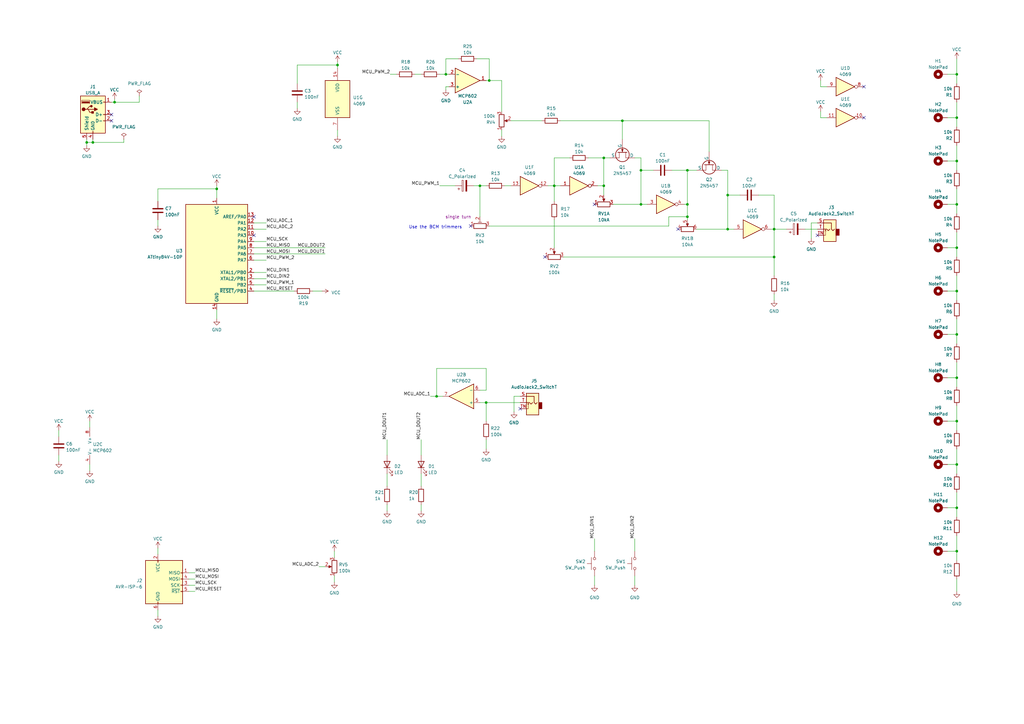
<source format=kicad_sch>
(kicad_sch (version 20230121) (generator eeschema)
  (paper "A3")
  (title_block (comment 2 "creativecommons.org/licenses/by/4.0/") (comment 3 "License: CC BY 4.0") (comment 4 "Author: Guy John"))
  (lib_symbols
    (symbol "4xxx:4069" (pin_names (offset 1.016))
      (property "Reference" "U" (at 0 1.27 0))
      (property "Value" "4069" (at 0 -1.27 0))
      (symbol "4069_1_0"
        (pin input line (at -7.62 0 0) (length 3.81) (name "~") (number "1"))
        (pin output inverted (at 7.62 0 180) (length 3.81) (name "~") (number "2"))
      )
      (symbol "4069_2_0"
        (pin input line (at -7.62 0 0) (length 3.81) (name "~") (number "3"))
        (pin output inverted (at 7.62 0 180) (length 3.81) (name "~") (number "4"))
      )
      (symbol "4069_3_0"
        (pin input line (at -7.62 0 0) (length 3.81) (name "~") (number "5"))
        (pin output inverted (at 7.62 0 180) (length 3.81) (name "~") (number "6"))
      )
      (symbol "4069_4_0"
        (pin output inverted (at 7.62 0 180) (length 3.81) (name "~") (number "8"))
        (pin input line (at -7.62 0 0) (length 3.81) (name "~") (number "9"))
      )
      (symbol "4069_5_0"
        (pin output inverted (at 7.62 0 180) (length 3.81) (name "~") (number "10"))
        (pin input line (at -7.62 0 0) (length 3.81) (name "~") (number "11"))
      )
      (symbol "4069_6_0"
        (pin output inverted (at 7.62 0 180) (length 3.81) (name "~") (number "12"))
        (pin input line (at -7.62 0 0) (length 3.81) (name "~") (number "13"))
      )
      (symbol "4069_7_0"
        (pin power_in line (at 0 12.7 270) (length 5.08) (name "VDD") (number "14"))
        (pin power_in line (at 0 -12.7 90) (length 5.08) (name "VSS") (number "7"))
      )
    )
    (symbol "Amplifier_Operational:MCP602" (pin_names (offset 0.127))
      (property "Reference" "U" (at 0 5.08 0))
      (property "Value" "MCP602" (at 0 -5.08 0))
      (symbol "MCP602_1_1"
        (pin output line (at 7.62 0 180) (length 2.54) (name "~") (number "1"))
        (pin input line (at -7.62 -2.54 0) (length 2.54) (name "-") (number "2"))
        (pin input line (at -7.62 2.54 0) (length 2.54) (name "+") (number "3"))
      )
      (symbol "MCP602_2_1"
        (pin input line (at -7.62 2.54 0) (length 2.54) (name "+") (number "5"))
        (pin input line (at -7.62 -2.54 0) (length 2.54) (name "-") (number "6"))
        (pin output line (at 7.62 0 180) (length 2.54) (name "~") (number "7"))
      )
      (symbol "MCP602_3_1"
        (pin power_in line (at -2.54 -7.62 90) (length 3.81) (name "V-") (number "4"))
        (pin power_in line (at -2.54 7.62 270) (length 3.81) (name "V+") (number "8"))
      )
    )
    (symbol "Connector:AVR-ISP-6" (pin_names (offset 1.016))
      (property "Reference" "J" (at -6.35 11.43 0))
      (property "Value" "AVR-ISP-6" (at 0 11.43 0))
      (symbol "AVR-ISP-6_1_1"
        (pin passive line (at 10.16 5.08 180) (length 2.54) (name "MISO") (number "1"))
        (pin passive line (at -2.54 12.7 270) (length 2.54) (name "VCC") (number "2"))
        (pin passive line (at 10.16 0 180) (length 2.54) (name "SCK") (number "3"))
        (pin passive line (at 10.16 2.54 180) (length 2.54) (name "MOSI") (number "4"))
        (pin passive line (at 10.16 -2.54 180) (length 2.54) (name "~{RST}") (number "5"))
        (pin passive line (at -2.54 -10.16 90) (length 2.54) (name "GND") (number "6"))
      )
    )
    (symbol "Connector:USB_A" (pin_names (offset 1.016))
      (property "Reference" "J" (at -5.08 11.43 0))
      (property "Value" "USB_A" (at -5.08 8.89 0))
      (symbol "USB_A_1_1"
        (pin power_in line (at 7.62 5.08 180) (length 2.54) (name "VBUS") (number "1"))
        (pin bidirectional line (at 7.62 -2.54 180) (length 2.54) (name "D-") (number "2"))
        (pin bidirectional line (at 7.62 0 180) (length 2.54) (name "D+") (number "3"))
        (pin power_in line (at 0 -10.16 90) (length 2.54) (name "GND") (number "4"))
        (pin passive line (at -2.54 -10.16 90) (length 2.54) (name "Shield") (number "5"))
      )
    )
    (symbol "Connector_Audio:AudioJack2_SwitchT"
      (property "Reference" "J" (at 0 8.89 0))
      (property "Value" "AudioJack2_SwitchT" (at 0 6.35 0))
      (symbol "AudioJack2_SwitchT_1_1"
        (pin passive line (at 5.08 2.54 180) (length 2.54) (name "~") (number "S"))
        (pin passive line (at 5.08 0 180) (length 2.54) (name "~") (number "T"))
        (pin passive line (at 5.08 -2.54 180) (length 2.54) (name "~") (number "TN"))
      )
    )
    (symbol "Device:C" (pin_numbers hide) (pin_names (offset 0.254))
      (property "Reference" "C" (at 0.635 2.54 0))
      (property "Value" "C" (at 0.635 -2.54 0))
      (symbol "C_1_1"
        (pin passive line (at 0 3.81 270) (length 2.794) (name "~") (number "1"))
        (pin passive line (at 0 -3.81 90) (length 2.794) (name "~") (number "2"))
      )
    )
    (symbol "Device:C_Polarized" (pin_numbers hide) (pin_names (offset 0.254))
      (property "Reference" "C" (at 0.635 2.54 0))
      (property "Value" "C_Polarized" (at 0.635 -2.54 0))
      (symbol "C_Polarized_1_1"
        (pin passive line (at 0 3.81 270) (length 2.794) (name "~") (number "1"))
        (pin passive line (at 0 -3.81 90) (length 2.794) (name "~") (number "2"))
      )
    )
    (symbol "Device:LED" (pin_numbers hide) (pin_names (offset 1.016) hide)
      (property "Reference" "D" (at 0 2.54 0))
      (property "Value" "LED" (at 0 -2.54 0))
      (symbol "LED_1_1"
        (pin passive line (at -3.81 0 0) (length 2.54) (name "K") (number "1"))
        (pin passive line (at 3.81 0 180) (length 2.54) (name "A") (number "2"))
      )
    )
    (symbol "Device:R" (pin_numbers hide) (pin_names (offset 0))
      (property "Reference" "R" (at 2.032 0 90))
      (property "Value" "R" (at 0 0 90))
      (symbol "R_1_1"
        (pin passive line (at 0 3.81 270) (length 1.27) (name "~") (number "1"))
        (pin passive line (at 0 -3.81 90) (length 1.27) (name "~") (number "2"))
      )
    )
    (symbol "Device:R_Potentiometer" (pin_names (offset 1.016) hide)
      (property "Reference" "RV" (at -4.445 0 90))
      (property "Value" "R_Potentiometer" (at -2.54 0 90))
      (symbol "R_Potentiometer_1_1"
        (pin passive line (at 0 3.81 270) (length 1.27) (name "1") (number "1"))
        (pin passive line (at 3.81 0 180) (length 1.27) (name "2") (number "2"))
        (pin passive line (at 0 -3.81 90) (length 1.27) (name "3") (number "3"))
      )
    )
    (symbol "Device:R_Potentiometer_Dual_Separate" (pin_names (offset 1.016) hide)
      (property "Reference" "RV" (at -4.445 0 90))
      (property "Value" "R_Potentiometer_Dual_Separate" (at -2.54 0 90))
      (symbol "R_Potentiometer_Dual_Separate_1_1"
        (pin passive line (at 0 3.81 270) (length 1.27) (name "1") (number "1"))
        (pin passive line (at 3.81 0 180) (length 1.27) (name "2") (number "2"))
        (pin passive line (at 0 -3.81 90) (length 1.27) (name "3") (number "3"))
      )
      (symbol "R_Potentiometer_Dual_Separate_2_1"
        (pin passive line (at 0 3.81 270) (length 1.27) (name "4") (number "4"))
        (pin passive line (at 3.81 0 180) (length 1.27) (name "5") (number "5"))
        (pin passive line (at 0 -3.81 90) (length 1.27) (name "6") (number "6"))
      )
    )
    (symbol "Device:R_Potentiometer_Trim" (pin_names (offset 1.016) hide)
      (property "Reference" "RV" (at -4.445 0 90))
      (property "Value" "R_Potentiometer_Trim" (at -2.54 0 90))
      (symbol "R_Potentiometer_Trim_1_1"
        (pin passive line (at 0 3.81 270) (length 1.27) (name "1") (number "1"))
        (pin passive line (at 3.81 0 180) (length 1.27) (name "2") (number "2"))
        (pin passive line (at 0 -3.81 90) (length 1.27) (name "3") (number "3"))
      )
    )
    (symbol "MCU_Microchip_ATtiny:ATtiny84V-10P"
      (property "Reference" "U" (at -12.7 21.59 0))
      (property "Value" "ATtiny84V-10P" (at 2.54 -21.59 0))
      (symbol "ATtiny84V-10P_1_1"
        (pin power_in line (at 0 22.86 270) (length 2.54) (name "VCC") (number "1"))
        (pin bidirectional line (at 15.24 7.62 180) (length 2.54) (name "PA3") (number "10"))
        (pin bidirectional line (at 15.24 10.16 180) (length 2.54) (name "PA2") (number "11"))
        (pin bidirectional line (at 15.24 12.7 180) (length 2.54) (name "PA1") (number "12"))
        (pin bidirectional line (at 15.24 15.24 180) (length 2.54) (name "AREF/PA0") (number "13"))
        (pin power_in line (at 0 -22.86 90) (length 2.54) (name "GND") (number "14"))
        (pin bidirectional line (at 15.24 -7.62 180) (length 2.54) (name "XTAL1/PB0") (number "2"))
        (pin bidirectional line (at 15.24 -10.16 180) (length 2.54) (name "XTAL2/PB1") (number "3"))
        (pin bidirectional line (at 15.24 -15.24 180) (length 2.54) (name "~{RESET}/PB3") (number "4"))
        (pin bidirectional line (at 15.24 -12.7 180) (length 2.54) (name "PB2") (number "5"))
        (pin bidirectional line (at 15.24 -2.54 180) (length 2.54) (name "PA7") (number "6"))
        (pin bidirectional line (at 15.24 0 180) (length 2.54) (name "PA6") (number "7"))
        (pin bidirectional line (at 15.24 2.54 180) (length 2.54) (name "PA5") (number "8"))
        (pin bidirectional line (at 15.24 5.08 180) (length 2.54) (name "PA4") (number "9"))
      )
    )
    (symbol "Mechanical:MountingHole_Pad" (pin_numbers hide) (pin_names (offset 1.016) hide)
      (property "Reference" "H" (at 0 6.35 0))
      (property "Value" "MountingHole_Pad" (at 0 4.445 0))
      (symbol "MountingHole_Pad_1_1"
        (pin input line (at 0 -2.54 90) (length 2.54) (name "1") (number "1"))
      )
    )
    (symbol "Simulation_SPICE:NJFET" (pin_numbers hide) (pin_names (offset 0))
      (property "Reference" "Q" (at 5.08 1.27 0))
      (property "Value" "NJFET" (at 5.08 -1.27 0))
      (symbol "NJFET_1_1"
        (pin passive line (at 2.54 5.08 270) (length 2.54) (name "D") (number "1"))
        (pin input line (at -5.08 0 0) (length 5.334) (name "G") (number "2"))
        (pin passive line (at 2.54 -5.08 90) (length 2.54) (name "S") (number "3"))
      )
    )
    (symbol "Switch:SW_Push" (pin_numbers hide) (pin_names (offset 1.016) hide)
      (property "Reference" "SW" (at 1.27 2.54 0))
      (property "Value" "SW_Push" (at 0 -1.524 0))
      (symbol "SW_Push_0_1"
        (pin passive line (at -5.08 0 0) (length 2.54) (name "1") (number "1"))
        (pin passive line (at 5.08 0 180) (length 2.54) (name "2") (number "2"))
      )
    )
    (symbol "power:GND" (power) (pin_names (offset 0))
      (property "Value" "GND" (at 0 -3.81 0))
      (symbol "GND_1_1"
        (pin power_in line (at 0 0 270) (length 0) hide (name "GND") (number "1"))
      )
    )
    (symbol "power:PWR_FLAG" (power) (pin_numbers hide) (pin_names (offset 0) hide)
      (property "Value" "PWR_FLAG" (at 0 3.81 0))
      (symbol "PWR_FLAG_0_0"
        (pin power_out line (at 0 0 90) (length 0) (name "pwr") (number "1"))
      )
    )
    (symbol "power:VCC" (power) (pin_names (offset 0))
      (property "Value" "VCC" (at 0 3.81 0))
      (symbol "VCC_1_1"
        (pin power_in line (at 0 0 90) (length 0) hide (name "VCC") (number "1"))
      )
    )
  )
  (junction (at 179.07 162.56))
  (junction (at 262.89 69.85))
  (junction (at 317.5 105.41))
  (junction (at 392.43 190.5))
  (junction (at 392.43 154.94))
  (junction (at 392.43 66.04))
  (junction (at 196.85 76.2))
  (junction (at 317.5 93.98))
  (junction (at 247.65 64.77))
  (junction (at 247.65 76.2))
  (junction (at 281.94 69.85))
  (junction (at 200.66 33.02))
  (junction (at 392.43 226.06))
  (junction (at 46.99 41.91))
  (junction (at 182.88 30.48))
  (junction (at 88.9 77.47))
  (junction (at 298.45 93.98))
  (junction (at 35.56 58.42))
  (junction (at 392.43 119.38))
  (junction (at 392.43 101.6))
  (junction (at 392.43 48.26))
  (junction (at 392.43 83.82))
  (junction (at 138.43 26.67))
  (junction (at 199.39 165.1))
  (junction (at 392.43 30.48))
  (junction (at 262.89 83.82))
  (junction (at 281.94 83.82))
  (junction (at 255.27 49.53))
  (junction (at 38.1 58.42))
  (junction (at 227.33 76.2))
  (junction (at 281.94 88.9))
  (junction (at 392.43 137.16))
  (junction (at 298.45 80.01))
  (junction (at 392.43 172.72))
  (junction (at 392.43 208.28))
  (no_connect (at 193.04 92.71))
  (no_connect (at 223.52 105.41))
  (no_connect (at 354.33 48.26))
  (no_connect (at 104.14 88.9))
  (no_connect (at 45.72 49.53))
  (no_connect (at 213.36 167.64))
  (no_connect (at 278.13 93.98))
  (no_connect (at 243.84 83.82))
  (no_connect (at 335.28 96.52))
  (no_connect (at 354.33 35.56))
  (no_connect (at 45.72 46.99))
  (no_connect (at 104.14 96.52))
  (wire (pts (xy 281.94 83.82) (xy 281.94 69.85)))
  (wire (pts (xy 392.43 48.26) (xy 392.43 52.07)))
  (wire (pts (xy 64.77 250.19) (xy 64.77 252.73)))
  (wire (pts (xy 200.66 24.13) (xy 200.66 33.02)))
  (wire (pts (xy 262.89 69.85) (xy 262.89 64.77)))
  (wire (pts (xy 388.62 119.38) (xy 392.43 119.38)))
  (wire (pts (xy 77.47 234.95) (xy 80.01 234.95)))
  (wire (pts (xy 336.55 45.72) (xy 336.55 48.26)))
  (wire (pts (xy 199.39 165.1) (xy 213.36 165.1)))
  (wire (pts (xy 388.62 48.26) (xy 392.43 48.26)))
  (wire (pts (xy 231.14 105.41) (xy 317.5 105.41)))
  (wire (pts (xy 336.55 48.26) (xy 339.09 48.26)))
  (wire (pts (xy 392.43 237.49) (xy 392.43 242.57)))
  (wire (pts (xy 35.56 57.15) (xy 35.56 58.42)))
  (wire (pts (xy 77.47 240.03) (xy 80.01 240.03)))
  (wire (pts (xy 128.27 119.38) (xy 132.08 119.38)))
  (wire (pts (xy 199.39 165.1) (xy 199.39 172.72)))
  (wire (pts (xy 392.43 190.5) (xy 392.43 194.31)))
  (wire (pts (xy 274.32 92.71) (xy 274.32 88.9)))
  (wire (pts (xy 24.13 186.69) (xy 24.13 189.23)))
  (wire (pts (xy 104.14 106.68) (xy 109.22 106.68)))
  (wire (pts (xy 104.14 93.98) (xy 109.22 93.98)))
  (wire (pts (xy 392.43 137.16) (xy 392.43 140.97)))
  (wire (pts (xy 137.16 236.22) (xy 137.16 238.76)))
  (wire (pts (xy 121.92 41.91) (xy 121.92 44.45)))
  (wire (pts (xy 213.36 162.56) (xy 210.82 162.56)))
  (wire (pts (xy 316.23 93.98) (xy 317.5 93.98)))
  (wire (pts (xy 227.33 90.17) (xy 227.33 101.6)))
  (wire (pts (xy 104.14 116.84) (xy 109.22 116.84)))
  (wire (pts (xy 57.15 41.91) (xy 46.99 41.91)))
  (wire (pts (xy 260.35 236.22) (xy 260.35 240.03)))
  (wire (pts (xy 317.5 93.98) (xy 322.58 93.98)))
  (wire (pts (xy 199.39 33.02) (xy 200.66 33.02)))
  (wire (pts (xy 281.94 69.85) (xy 285.75 69.85)))
  (wire (pts (xy 392.43 41.91) (xy 392.43 48.26)))
  (wire (pts (xy 196.85 76.2) (xy 196.85 88.9)))
  (wire (pts (xy 388.62 30.48) (xy 392.43 30.48)))
  (wire (pts (xy 194.31 76.2) (xy 196.85 76.2)))
  (wire (pts (xy 158.75 194.31) (xy 158.75 199.39)))
  (wire (pts (xy 392.43 30.48) (xy 392.43 34.29)))
  (wire (pts (xy 209.55 49.53) (xy 222.25 49.53)))
  (wire (pts (xy 57.15 39.37) (xy 57.15 41.91)))
  (wire (pts (xy 298.45 69.85) (xy 298.45 80.01)))
  (wire (pts (xy 172.72 194.31) (xy 172.72 199.39)))
  (wire (pts (xy 335.28 91.44) (xy 332.74 91.44)))
  (wire (pts (xy 392.43 172.72) (xy 392.43 176.53)))
  (wire (pts (xy 392.43 130.81) (xy 392.43 137.16)))
  (wire (pts (xy 392.43 83.82) (xy 392.43 87.63)))
  (wire (pts (xy 172.72 207.01) (xy 172.72 209.55)))
  (wire (pts (xy 392.43 208.28) (xy 392.43 212.09)))
  (wire (pts (xy 388.62 66.04) (xy 392.43 66.04)))
  (wire (pts (xy 172.72 180.34) (xy 172.72 186.69)))
  (wire (pts (xy 262.89 83.82) (xy 262.89 69.85)))
  (wire (pts (xy 210.82 162.56) (xy 210.82 168.91)))
  (wire (pts (xy 64.77 82.55) (xy 64.77 77.47)))
  (wire (pts (xy 200.66 33.02) (xy 205.74 33.02)))
  (wire (pts (xy 262.89 83.82) (xy 265.43 83.82)))
  (wire (pts (xy 138.43 26.67) (xy 138.43 27.94)))
  (wire (pts (xy 317.5 105.41) (xy 317.5 113.03)))
  (wire (pts (xy 247.65 76.2) (xy 247.65 80.01)))
  (wire (pts (xy 281.94 69.85) (xy 275.59 69.85)))
  (wire (pts (xy 160.02 30.48) (xy 162.56 30.48)))
  (wire (pts (xy 392.43 148.59) (xy 392.43 154.94)))
  (wire (pts (xy 298.45 80.01) (xy 303.53 80.01)))
  (wire (pts (xy 392.43 101.6) (xy 392.43 105.41)))
  (wire (pts (xy 392.43 119.38) (xy 392.43 123.19)))
  (wire (pts (xy 205.74 33.02) (xy 205.74 45.72)))
  (wire (pts (xy 35.56 58.42) (xy 35.56 59.69)))
  (wire (pts (xy 50.8 58.42) (xy 50.8 57.15)))
  (wire (pts (xy 281.94 88.9) (xy 281.94 90.17)))
  (wire (pts (xy 130.81 232.41) (xy 133.35 232.41)))
  (wire (pts (xy 187.96 24.13) (xy 182.88 24.13)))
  (wire (pts (xy 317.5 80.01) (xy 311.15 80.01)))
  (wire (pts (xy 46.99 40.64) (xy 46.99 41.91)))
  (wire (pts (xy 180.34 76.2) (xy 186.69 76.2)))
  (wire (pts (xy 336.55 35.56) (xy 339.09 35.56)))
  (wire (pts (xy 199.39 160.02) (xy 199.39 151.13)))
  (wire (pts (xy 332.74 91.44) (xy 332.74 97.79)))
  (wire (pts (xy 392.43 219.71) (xy 392.43 226.06)))
  (wire (pts (xy 38.1 58.42) (xy 38.1 57.15)))
  (wire (pts (xy 247.65 76.2) (xy 247.65 64.77)))
  (wire (pts (xy 36.83 190.5) (xy 36.83 193.04)))
  (wire (pts (xy 180.34 30.48) (xy 182.88 30.48)))
  (wire (pts (xy 392.43 77.47) (xy 392.43 83.82)))
  (wire (pts (xy 330.2 93.98) (xy 335.28 93.98)))
  (wire (pts (xy 295.91 69.85) (xy 298.45 69.85)))
  (wire (pts (xy 251.46 83.82) (xy 262.89 83.82)))
  (wire (pts (xy 36.83 172.72) (xy 36.83 175.26)))
  (wire (pts (xy 388.62 172.72) (xy 392.43 172.72)))
  (wire (pts (xy 227.33 76.2) (xy 227.33 82.55)))
  (wire (pts (xy 290.83 49.53) (xy 290.83 62.23)))
  (wire (pts (xy 243.84 236.22) (xy 243.84 240.03)))
  (wire (pts (xy 121.92 26.67) (xy 138.43 26.67)))
  (wire (pts (xy 104.14 119.38) (xy 120.65 119.38)))
  (wire (pts (xy 388.62 226.06) (xy 392.43 226.06)))
  (wire (pts (xy 392.43 113.03) (xy 392.43 119.38)))
  (wire (pts (xy 274.32 88.9) (xy 281.94 88.9)))
  (wire (pts (xy 336.55 33.02) (xy 336.55 35.56)))
  (wire (pts (xy 317.5 105.41) (xy 317.5 93.98)))
  (wire (pts (xy 77.47 237.49) (xy 80.01 237.49)))
  (wire (pts (xy 260.35 220.98) (xy 260.35 226.06)))
  (wire (pts (xy 280.67 83.82) (xy 281.94 83.82)))
  (wire (pts (xy 64.77 77.47) (xy 88.9 77.47)))
  (wire (pts (xy 182.88 24.13) (xy 182.88 30.48)))
  (wire (pts (xy 227.33 64.77) (xy 227.33 76.2)))
  (wire (pts (xy 262.89 69.85) (xy 267.97 69.85)))
  (wire (pts (xy 199.39 180.34) (xy 199.39 184.15)))
  (wire (pts (xy 46.99 41.91) (xy 45.72 41.91)))
  (wire (pts (xy 247.65 64.77) (xy 241.3 64.77)))
  (wire (pts (xy 388.62 208.28) (xy 392.43 208.28)))
  (wire (pts (xy 317.5 93.98) (xy 317.5 80.01)))
  (wire (pts (xy 392.43 95.25) (xy 392.43 101.6)))
  (wire (pts (xy 170.18 30.48) (xy 172.72 30.48)))
  (wire (pts (xy 388.62 101.6) (xy 392.43 101.6)))
  (wire (pts (xy 104.14 99.06) (xy 109.22 99.06)))
  (wire (pts (xy 24.13 179.07) (xy 24.13 176.53)))
  (wire (pts (xy 388.62 83.82) (xy 392.43 83.82)))
  (wire (pts (xy 247.65 64.77) (xy 250.19 64.77)))
  (wire (pts (xy 199.39 151.13) (xy 179.07 151.13)))
  (wire (pts (xy 104.14 104.14) (xy 133.35 104.14)))
  (wire (pts (xy 104.14 101.6) (xy 133.35 101.6)))
  (wire (pts (xy 205.74 53.34) (xy 205.74 55.88)))
  (wire (pts (xy 182.88 30.48) (xy 184.15 30.48)))
  (wire (pts (xy 245.11 76.2) (xy 247.65 76.2)))
  (wire (pts (xy 121.92 34.29) (xy 121.92 26.67)))
  (wire (pts (xy 392.43 226.06) (xy 392.43 229.87)))
  (wire (pts (xy 88.9 77.47) (xy 88.9 81.28)))
  (wire (pts (xy 196.85 165.1) (xy 199.39 165.1)))
  (wire (pts (xy 392.43 59.69) (xy 392.43 66.04)))
  (wire (pts (xy 138.43 25.4) (xy 138.43 26.67)))
  (wire (pts (xy 392.43 201.93) (xy 392.43 208.28)))
  (wire (pts (xy 207.01 76.2) (xy 209.55 76.2)))
  (wire (pts (xy 196.85 160.02) (xy 199.39 160.02)))
  (wire (pts (xy 392.43 24.13) (xy 392.43 30.48)))
  (wire (pts (xy 200.66 24.13) (xy 195.58 24.13)))
  (wire (pts (xy 298.45 80.01) (xy 298.45 93.98)))
  (wire (pts (xy 281.94 83.82) (xy 281.94 88.9)))
  (wire (pts (xy 255.27 49.53) (xy 290.83 49.53)))
  (wire (pts (xy 196.85 76.2) (xy 199.39 76.2)))
  (wire (pts (xy 158.75 180.34) (xy 158.75 186.69)))
  (wire (pts (xy 137.16 226.06) (xy 137.16 228.6)))
  (wire (pts (xy 104.14 111.76) (xy 109.22 111.76)))
  (wire (pts (xy 179.07 151.13) (xy 179.07 162.56)))
  (wire (pts (xy 388.62 190.5) (xy 392.43 190.5)))
  (wire (pts (xy 255.27 49.53) (xy 255.27 57.15)))
  (wire (pts (xy 179.07 162.56) (xy 181.61 162.56)))
  (wire (pts (xy 77.47 242.57) (xy 80.01 242.57)))
  (wire (pts (xy 158.75 207.01) (xy 158.75 209.55)))
  (wire (pts (xy 392.43 154.94) (xy 392.43 158.75)))
  (wire (pts (xy 285.75 93.98) (xy 298.45 93.98)))
  (wire (pts (xy 104.14 114.3) (xy 109.22 114.3)))
  (wire (pts (xy 233.68 64.77) (xy 227.33 64.77)))
  (wire (pts (xy 224.79 76.2) (xy 227.33 76.2)))
  (wire (pts (xy 392.43 184.15) (xy 392.43 190.5)))
  (wire (pts (xy 64.77 224.79) (xy 64.77 227.33)))
  (wire (pts (xy 182.88 35.56) (xy 182.88 36.83)))
  (wire (pts (xy 88.9 127) (xy 88.9 130.81)))
  (wire (pts (xy 392.43 66.04) (xy 392.43 69.85)))
  (wire (pts (xy 184.15 35.56) (xy 182.88 35.56)))
  (wire (pts (xy 38.1 58.42) (xy 50.8 58.42)))
  (wire (pts (xy 243.84 220.98) (xy 243.84 226.06)))
  (wire (pts (xy 227.33 76.2) (xy 229.87 76.2)))
  (wire (pts (xy 88.9 76.2) (xy 88.9 77.47)))
  (wire (pts (xy 138.43 53.34) (xy 138.43 55.88)))
  (wire (pts (xy 317.5 120.65) (xy 317.5 123.19)))
  (wire (pts (xy 388.62 154.94) (xy 392.43 154.94)))
  (wire (pts (xy 298.45 93.98) (xy 300.99 93.98)))
  (wire (pts (xy 104.14 91.44) (xy 109.22 91.44)))
  (wire (pts (xy 229.87 49.53) (xy 255.27 49.53)))
  (wire (pts (xy 38.1 58.42) (xy 35.56 58.42)))
  (wire (pts (xy 64.77 90.17) (xy 64.77 92.71)))
  (wire (pts (xy 392.43 166.37) (xy 392.43 172.72)))
  (wire (pts (xy 388.62 137.16) (xy 392.43 137.16)))
  (wire (pts (xy 176.53 162.56) (xy 179.07 162.56)))
  (wire (pts (xy 200.66 92.71) (xy 274.32 92.71)))
  (wire (pts (xy 262.89 64.77) (xy 260.35 64.77)))
  (text "Use the BCM trimmers" (at 167.64 93.98 0) (effects (font (size 1.27 1.27)) (justify left bottom)))
  (label "MCU_DIN1" (at 109.22 111.76 0))
  (label "MCU_DOUT2" (at 133.35 101.6 180))
  (label "MCU_PWM_1" (at 109.22 116.84 0))
  (label "MCU_ADC_2" (at 109.22 93.98 0))
  (label "MCU_MISO" (at 109.22 101.6 0))
  (label "MCU_RESET" (at 80.01 242.57 0))
  (label "MCU_MOSI" (at 80.01 237.49 0))
  (label "MCU_DIN2" (at 109.22 114.3 0))
  (label "MCU_DOUT1" (at 133.35 104.14 180))
  (label "MCU_DIN2" (at 260.35 220.98 90))
  (label "MCU_PWM_2" (at 160.02 30.48 180))
  (label "MCU_MISO" (at 80.01 234.95 0))
  (label "MCU_DIN1" (at 243.84 220.98 90))
  (label "MCU_RESET" (at 109.22 119.38 0))
  (label "MCU_PWM_1" (at 180.34 76.2 180))
  (label "MCU_ADC_2" (at 130.81 232.41 180))
  (label "MCU_SCK" (at 109.22 99.06 0))
  (label "MCU_DOUT1" (at 158.75 180.34 90))
  (label "MCU_MOSI" (at 109.22 104.14 0))
  (label "MCU_ADC_1" (at 109.22 91.44 0))
  (label "MCU_ADC_1" (at 176.53 162.56 180))
  (label "MCU_PWM_2" (at 109.22 106.68 0))
  (label "MCU_SCK" (at 80.01 240.03 0))
  (label "MCU_DOUT2" (at 172.72 180.34 90))
  (symbol (lib_id "4xxx:4069") (at 346.71 48.26 0) (unit 5)
    (property "Reference" "U1" (at 346.71 40.64 0))
    (property "Value" "4069" (at 346.71 43.18 0))
    (property "Footprint" "Package_DIP:DIP-14_W7.62mm" (effects hide))
    (property "Datasheet" "http://www.intersil.com/content/dam/Intersil/documents/cd40/cd4069ubms.pdf" (effects hide))
  )
  (symbol (lib_id "Device:R") (at 392.43 215.9 0) (unit 1)
    (property "Reference" "R11" (at 390.652 216.7347 0) (effects (justify right)))
    (property "Value" "10k" (at 390.652 214.1978 0) (effects (justify right)))
    (property "Footprint" "Resistor_THT:R_Axial_DIN0207_L6.3mm_D2.5mm_P10.16mm_Horizontal" (effects hide))
    (property "Tolerance" "1%" (effects hide))
    (property "Power" "0.5W" (effects hide))
    (property "Spec" "metal film" (effects hide))
  )
  (symbol (lib_id "Switch:SW_Push") (at 260.35 231.14 90) (mirror x) (unit 1)
    (property "Reference" "SW1" (at 256.667 230.3053 90) (effects (justify left)))
    (property "Value" "SW_Push" (at 256.667 232.8422 90) (effects (justify left)))
    (property "Footprint" "Button_Switch_THT:SW_PUSH_6mm" (effects hide))
  )
  (symbol (lib_id "Device:C") (at 24.13 182.88 0) (unit 1)
    (property "Reference" "C6" (at 27.051 182.0453 0) (effects (justify left)))
    (property "Value" "100nF" (at 27.051 184.5822 0) (effects (justify left)))
    (property "Footprint" "Capacitor_THT:C_Rect_L7.0mm_W3.5mm_P5.00mm" (effects hide))
    (property "Spec" "ceramic X7R" (effects hide))
    (property "Tolerance" "5%" (effects hide))
  )
  (symbol (lib_id "Mechanical:MountingHole_Pad") (at 386.08 83.82 90) (unit 1)
    (property "Reference" "H4" (at 384.81 78.3422 90))
    (property "Value" "NotePad" (at 384.81 80.8791 90))
    (property "Footprint" "MountingHole:MountingHole_4.3mm_M4_DIN965_Pad" (effects hide))
  )
  (symbol (lib_id "Device:R") (at 392.43 162.56 0) (unit 1)
    (property "Reference" "R8" (at 390.652 163.3947 0) (effects (justify right)))
    (property "Value" "10k" (at 390.652 160.8578 0) (effects (justify right)))
    (property "Footprint" "Resistor_THT:R_Axial_DIN0207_L6.3mm_D2.5mm_P10.16mm_Horizontal" (effects hide))
    (property "Tolerance" "1%" (effects hide))
    (property "Power" "0.5W" (effects hide))
    (property "Spec" "metal film" (effects hide))
  )
  (symbol (lib_id "power:GND") (at 64.77 252.73 0) (unit 1)
    (property "Reference" "#PWR09" (effects hide))
    (property "Value" "GND" (at 64.77 257.1734 0))
  )
  (symbol (lib_id "Device:C") (at 271.78 69.85 90) (unit 1)
    (property "Reference" "C1" (at 271.78 63.5 90))
    (property "Value" "100nF" (at 271.78 66.04 90))
    (property "Footprint" "Capacitor_THT:C_Rect_L7.0mm_W3.5mm_P5.00mm" (effects hide))
    (property "Spec" "ceramic C0G" (effects hide))
    (property "Tolerance" "5%" (effects hide))
  )
  (symbol (lib_id "4xxx:4069") (at 237.49 76.2 0) (unit 1)
    (property "Reference" "U1" (at 237.49 68.58 0))
    (property "Value" "4069" (at 237.49 71.12 0))
    (property "Footprint" "Package_DIP:DIP-14_W7.62mm" (effects hide))
    (property "Datasheet" "http://www.intersil.com/content/dam/Intersil/documents/cd40/cd4069ubms.pdf" (effects hide))
  )
  (symbol (lib_id "power:VCC") (at 137.16 226.06 0) (unit 1)
    (property "Reference" "#PWR01" (effects hide))
    (property "Value" "VCC" (at 137.16 222.25 0))
  )
  (symbol (lib_id "power:VCC") (at 336.55 33.02 0) (unit 1)
    (property "Reference" "#PWR010" (effects hide))
    (property "Value" "VCC" (at 336.55 29.21 0))
  )
  (symbol (lib_id "Device:C_Polarized") (at 326.39 93.98 90) (unit 1)
    (property "Reference" "C5" (at 325.501 87.63 90))
    (property "Value" "C_Polarized" (at 325.501 90.17 90))
    (property "Footprint" "Capacitor_THT:CP_Radial_D5.0mm_P2.00mm" (effects hide))
    (property "Spec" "electrolytic" (effects hide))
    (property "Tolerance" "20%" (effects hide))
    (property "Voltage" "50v" (effects hide))
  )
  (symbol (lib_id "power:GND") (at 210.82 168.91 0) (unit 1)
    (property "Reference" "#PWR0105" (effects hide))
    (property "Value" "GND" (at 210.82 173.3534 0))
  )
  (symbol (lib_id "Device:C_Polarized") (at 190.5 76.2 90) (unit 1)
    (property "Reference" "C4" (at 189.611 69.85 90))
    (property "Value" "C_Polarized" (at 189.611 72.39 90))
    (property "Footprint" "Capacitor_THT:CP_Radial_D5.0mm_P2.00mm" (effects hide))
    (property "Spec" "electrolytic" (effects hide))
    (property "Tolerance" "20%" (effects hide))
    (property "Voltage" "50v" (effects hide))
  )
  (symbol (lib_id "power:GND") (at 182.88 36.83 0) (unit 1)
    (property "Reference" "#PWR022" (effects hide))
    (property "Value" "GND" (at 182.88 41.2734 0))
  )
  (symbol (lib_id "Device:R") (at 392.43 109.22 0) (unit 1)
    (property "Reference" "R5" (at 390.652 110.0547 0) (effects (justify right)))
    (property "Value" "10k" (at 390.652 107.5178 0) (effects (justify right)))
    (property "Footprint" "Resistor_THT:R_Axial_DIN0207_L6.3mm_D2.5mm_P10.16mm_Horizontal" (effects hide))
    (property "Tolerance" "1%" (effects hide))
    (property "Power" "0.5W" (effects hide))
    (property "Spec" "metal film" (effects hide))
  )
  (symbol (lib_id "power:GND") (at 64.77 92.71 0) (unit 1)
    (property "Reference" "#PWR0101" (effects hide))
    (property "Value" "GND" (at 64.77 97.1534 0))
  )
  (symbol (lib_id "power:VCC") (at 132.08 119.38 270) (unit 1)
    (property "Reference" "#PWR05" (effects hide))
    (property "Value" "VCC" (at 135.89 120.015 90) (effects (justify left)))
  )
  (symbol (lib_id "Device:R") (at 203.2 76.2 90) (unit 1)
    (property "Reference" "R13" (at 203.2 71.12 90))
    (property "Value" "10k" (at 203.2 73.66 90))
    (property "Footprint" "Resistor_THT:R_Axial_DIN0207_L6.3mm_D2.5mm_P10.16mm_Horizontal" (effects hide))
    (property "Tolerance" "1%" (effects hide))
    (property "Power" "0.5W" (effects hide))
    (property "Spec" "metal film" (effects hide))
  )
  (symbol (lib_id "power:GND") (at 138.43 55.88 0) (unit 1)
    (property "Reference" "#PWR015" (effects hide))
    (property "Value" "GND" (at 138.43 60.3234 0))
  )
  (symbol (lib_id "power:GND") (at 243.84 240.03 0) (unit 1)
    (property "Reference" "#PWR019" (effects hide))
    (property "Value" "GND" (at 243.84 245.11 0))
  )
  (symbol (lib_id "Device:C") (at 307.34 80.01 90) (unit 1)
    (property "Reference" "C2" (at 307.34 73.66 90))
    (property "Value" "100nF" (at 307.34 76.2 90))
    (property "Footprint" "Capacitor_THT:C_Rect_L7.0mm_W3.5mm_P5.00mm" (effects hide))
    (property "Spec" "ceramic C0G" (effects hide))
    (property "Tolerance" "5%" (effects hide))
  )
  (symbol (lib_id "Device:R") (at 392.43 55.88 0) (unit 1)
    (property "Reference" "R2" (at 390.652 56.7147 0) (effects (justify right)))
    (property "Value" "10k" (at 390.652 54.1778 0) (effects (justify right)))
    (property "Footprint" "Resistor_THT:R_Axial_DIN0207_L6.3mm_D2.5mm_P10.16mm_Horizontal" (effects hide))
    (property "Tolerance" "1%" (effects hide))
    (property "Power" "0.5W" (effects hide))
    (property "Spec" "metal film" (effects hide))
  )
  (symbol (lib_id "Mechanical:MountingHole_Pad") (at 386.08 30.48 90) (unit 1)
    (property "Reference" "H1" (at 384.81 25.0022 90))
    (property "Value" "NotePad" (at 384.81 27.5391 90))
    (property "Footprint" "MountingHole:MountingHole_4.3mm_M4_DIN965_Pad" (effects hide))
  )
  (symbol (lib_id "power:PWR_FLAG") (at 57.15 39.37 0) (unit 1)
    (property "Reference" "#FLG01" (effects hide))
    (property "Value" "PWR_FLAG" (at 57.15 34.29 0))
  )
  (symbol (lib_id "Device:R") (at 237.49 64.77 90) (unit 1)
    (property "Reference" "R14" (at 237.49 59.69 90))
    (property "Value" "10k" (at 237.49 62.23 90))
    (property "Footprint" "Resistor_THT:R_Axial_DIN0207_L6.3mm_D2.5mm_P10.16mm_Horizontal" (effects hide))
    (property "Tolerance" "1%" (effects hide))
    (property "Power" "0.5W" (effects hide))
    (property "Spec" "metal film" (effects hide))
  )
  (symbol (lib_id "Device:R_Potentiometer") (at 137.16 232.41 180) (unit 1)
    (property "Reference" "RV5" (at 138.938 231.5753 0) (effects (justify right)))
    (property "Value" "100k" (at 138.938 234.1122 0) (effects (justify right)))
    (property "Footprint" "Potentiometer_THT:Potentiometer_Alpha_RD902F-40-00D_Dual_Vertical" (effects hide))
  )
  (symbol (lib_id "4xxx:4069") (at 346.71 35.56 0) (unit 4)
    (property "Reference" "U1" (at 346.71 27.94 0))
    (property "Value" "4069" (at 346.71 30.48 0))
    (property "Footprint" "Package_DIP:DIP-14_W7.62mm" (effects hide))
    (property "Datasheet" "http://www.intersil.com/content/dam/Intersil/documents/cd40/cd4069ubms.pdf" (effects hide))
  )
  (symbol (lib_id "Mechanical:MountingHole_Pad") (at 386.08 119.38 90) (unit 1)
    (property "Reference" "H6" (at 384.81 113.9022 90))
    (property "Value" "NotePad" (at 384.81 116.4391 90))
    (property "Footprint" "MountingHole:MountingHole_4.3mm_M4_DIN965_Pad" (effects hide))
  )
  (symbol (lib_id "power:VCC") (at 24.13 176.53 0) (unit 1)
    (property "Reference" "#PWR07" (effects hide))
    (property "Value" "VCC" (at 24.13 172.72 0))
  )
  (symbol (lib_id "Connector_Audio:AudioJack2_SwitchT") (at 218.44 165.1 0) (mirror y) (unit 1)
    (property "Reference" "J5" (at 219.075 156.21 0))
    (property "Value" "AudioJack2_SwitchT" (at 219.075 158.75 0))
    (property "Footprint" "Connector_Audio:Jack_3.5mm_QingPu_WQP-PJ398SM_Vertical_CircularHoles" (effects hide))
  )
  (symbol (lib_id "Device:R_Potentiometer_Dual_Separate") (at 281.94 93.98 90) (unit 2)
    (property "Reference" "RV1" (at 281.94 97.79 90))
    (property "Value" "10kA" (at 281.94 100.33 90))
    (property "Footprint" "Potentiometer_THT:Potentiometer_Alpha_RD902F-40-00D_Dual_Vertical" (effects hide))
  )
  (symbol (lib_id "Device:R") (at 158.75 203.2 0) (unit 1)
    (property "Reference" "R21" (at 153.67 201.93 0) (effects (justify left)))
    (property "Value" "1k" (at 153.67 204.47 0) (effects (justify left)))
    (property "Footprint" "Resistor_THT:R_Axial_DIN0207_L6.3mm_D2.5mm_P10.16mm_Horizontal" (effects hide))
    (property "Tolerance" "1%" (effects hide))
    (property "Power" "0.5W" (effects hide))
    (property "Spec" "metal film" (effects hide))
  )
  (symbol (lib_id "Mechanical:MountingHole_Pad") (at 386.08 101.6 90) (unit 1)
    (property "Reference" "H5" (at 384.81 96.1222 90))
    (property "Value" "NotePad" (at 384.81 98.6591 90))
    (property "Footprint" "MountingHole:MountingHole_4.3mm_M4_DIN965_Pad" (effects hide))
  )
  (symbol (lib_id "power:GND") (at 332.74 97.79 0) (unit 1)
    (property "Reference" "#PWR0110" (effects hide))
    (property "Value" "GND" (at 332.74 102.2334 0))
  )
  (symbol (lib_id "power:GND") (at 137.16 238.76 0) (unit 1)
    (property "Reference" "#PWR0106" (effects hide))
    (property "Value" "GND" (at 137.16 243.2034 0))
  )
  (symbol (lib_id "Device:R") (at 392.43 38.1 0) (unit 1)
    (property "Reference" "R1" (at 390.652 38.9347 0) (effects (justify right)))
    (property "Value" "10k" (at 390.652 36.3978 0) (effects (justify right)))
    (property "Footprint" "Resistor_THT:R_Axial_DIN0207_L6.3mm_D2.5mm_P10.16mm_Horizontal" (effects hide))
    (property "Tolerance" "1%" (effects hide))
    (property "Power" "0.5W" (effects hide))
    (property "Spec" "metal film" (effects hide))
  )
  (symbol (lib_id "Device:R") (at 392.43 127 0) (unit 1)
    (property "Reference" "R6" (at 390.652 127.8347 0) (effects (justify right)))
    (property "Value" "10k" (at 390.652 125.2978 0) (effects (justify right)))
    (property "Footprint" "Resistor_THT:R_Axial_DIN0207_L6.3mm_D2.5mm_P10.16mm_Horizontal" (effects hide))
    (property "Tolerance" "1%" (effects hide))
    (property "Power" "0.5W" (effects hide))
    (property "Spec" "metal film" (effects hide))
  )
  (symbol (lib_id "power:VCC") (at 336.55 45.72 0) (unit 1)
    (property "Reference" "#PWR011" (effects hide))
    (property "Value" "VCC" (at 336.55 41.91 0))
  )
  (symbol (lib_id "Connector_Audio:AudioJack2_SwitchT") (at 340.36 93.98 0) (mirror y) (unit 1)
    (property "Reference" "J3" (at 340.995 85.09 0))
    (property "Value" "AudioJack2_SwitchT" (at 340.995 87.63 0))
    (property "Footprint" "Connector_Audio:Jack_3.5mm_QingPu_WQP-PJ398SM_Vertical_CircularHoles" (effects hide))
  )
  (symbol (lib_id "power:VCC") (at 138.43 25.4 0) (unit 1)
    (property "Reference" "#PWR014" (effects hide))
    (property "Value" "VCC" (at 138.43 21.59 0))
  )
  (symbol (lib_id "power:VCC") (at 64.77 224.79 0) (unit 1)
    (property "Reference" "#PWR08" (effects hide))
    (property "Value" "VCC" (at 64.77 220.98 0))
  )
  (symbol (lib_id "power:GND") (at 88.9 130.81 0) (unit 1)
    (property "Reference" "#PWR0102" (effects hide))
    (property "Value" "GND" (at 88.9 135.2534 0))
  )
  (symbol (lib_id "Mechanical:MountingHole_Pad") (at 386.08 48.26 90) (unit 1)
    (property "Reference" "H2" (at 384.81 42.7822 90))
    (property "Value" "NotePad" (at 384.81 45.3191 90))
    (property "Footprint" "MountingHole:MountingHole_4.3mm_M4_DIN965_Pad" (effects hide))
  )
  (symbol (lib_id "Device:R") (at 191.77 24.13 270) (unit 1)
    (property "Reference" "R25" (at 191.77 19.05 90))
    (property "Value" "10k" (at 191.77 21.59 90))
    (property "Footprint" "Resistor_THT:R_Axial_DIN0207_L6.3mm_D2.5mm_P10.16mm_Horizontal" (effects hide))
    (property "Tolerance" "1%" (effects hide))
    (property "Power" "0.5W" (effects hide))
    (property "Spec" "metal film" (effects hide))
  )
  (symbol (lib_id "power:GND") (at 121.92 44.45 0) (unit 1)
    (property "Reference" "#PWR016" (effects hide))
    (property "Value" "GND" (at 121.92 48.8934 0))
  )
  (symbol (lib_id "Device:R") (at 392.43 180.34 0) (unit 1)
    (property "Reference" "R9" (at 390.652 181.1747 0) (effects (justify right)))
    (property "Value" "10k" (at 390.652 178.6378 0) (effects (justify right)))
    (property "Footprint" "Resistor_THT:R_Axial_DIN0207_L6.3mm_D2.5mm_P10.16mm_Horizontal" (effects hide))
    (property "Tolerance" "1%" (effects hide))
    (property "Power" "0.5W" (effects hide))
    (property "Spec" "metal film" (effects hide))
  )
  (symbol (lib_id "Device:C") (at 121.92 38.1 0) (unit 1)
    (property "Reference" "C3" (at 124.841 37.2653 0) (effects (justify left)))
    (property "Value" "100nF" (at 124.841 39.8022 0) (effects (justify left)))
    (property "Footprint" "Capacitor_THT:C_Rect_L7.0mm_W3.5mm_P5.00mm" (effects hide))
    (property "Spec" "ceramic X7R" (effects hide))
    (property "Tolerance" "5%" (effects hide))
  )
  (symbol (lib_id "power:PWR_FLAG") (at 50.8 57.15 0) (unit 1)
    (property "Reference" "#FLG02" (effects hide))
    (property "Value" "PWR_FLAG" (at 50.8 52.07 0))
  )
  (symbol (lib_id "Device:R") (at 392.43 91.44 0) (unit 1)
    (property "Reference" "R4" (at 390.652 92.2747 0) (effects (justify right)))
    (property "Value" "10k" (at 390.652 89.7378 0) (effects (justify right)))
    (property "Footprint" "Resistor_THT:R_Axial_DIN0207_L6.3mm_D2.5mm_P10.16mm_Horizontal" (effects hide))
    (property "Tolerance" "1%" (effects hide))
    (property "Power" "0.5W" (effects hide))
    (property "Spec" "metal film" (effects hide))
  )
  (symbol (lib_id "Device:R") (at 176.53 30.48 270) (unit 1)
    (property "Reference" "R26" (at 176.53 25.4 90))
    (property "Value" "10k" (at 176.53 27.94 90))
    (property "Footprint" "Resistor_THT:R_Axial_DIN0207_L6.3mm_D2.5mm_P10.16mm_Horizontal" (effects hide))
    (property "Tolerance" "1%" (effects hide))
    (property "Power" "0.5W" (effects hide))
    (property "Spec" "metal film" (effects hide))
  )
  (symbol (lib_id "power:GND") (at 317.5 123.19 0) (unit 1)
    (property "Reference" "#PWR017" (effects hide))
    (property "Value" "GND" (at 317.5 127.6334 0))
  )
  (symbol (lib_id "Simulation_SPICE:NJFET") (at 290.83 67.31 270) (unit 1)
    (property "Reference" "Q2" (at 290.83 73.66 90))
    (property "Value" "2N5457" (at 290.83 76.2 90))
    (property "Footprint" "Package_TO_SOT_THT:TO-92L_Inline_Wide" (effects hide))
    (property "Sim.Device" "NJFET" (effects hide))
    (property "Sim.Type" "SHICHMANHODGES" (effects hide))
    (property "Sim.Pins" "1=D 2=G 3=S" (effects hide))
  )
  (symbol (lib_id "Device:R_Potentiometer") (at 205.74 49.53 0) (mirror x) (unit 1)
    (property "Reference" "RV4" (at 203.2 50.165 0) (effects (justify right)))
    (property "Value" "100k" (at 203.2 47.625 0) (effects (justify right)))
    (property "Footprint" "Potentiometer_THT:Potentiometer_Alpha_RD901F-40-00D_Single_Vertical" (effects hide))
  )
  (symbol (lib_id "Device:R") (at 124.46 119.38 270) (unit 1)
    (property "Reference" "R19" (at 124.46 124.46 90))
    (property "Value" "100k" (at 124.46 121.92 90))
    (property "Footprint" "Resistor_THT:R_Axial_DIN0207_L6.3mm_D2.5mm_P10.16mm_Horizontal" (effects hide))
    (property "Tolerance" "1%" (effects hide))
    (property "Power" "0.5W" (effects hide))
    (property "Spec" "metal film" (effects hide))
  )
  (symbol (lib_id "4xxx:4069") (at 273.05 83.82 0) (unit 2)
    (property "Reference" "U1" (at 273.05 76.2 0))
    (property "Value" "4069" (at 273.05 78.74 0))
    (property "Footprint" "Package_DIP:DIP-14_W7.62mm" (effects hide))
    (property "Datasheet" "http://www.intersil.com/content/dam/Intersil/documents/cd40/cd4069ubms.pdf" (effects hide))
  )
  (symbol (lib_id "power:GND") (at 36.83 193.04 0) (unit 1)
    (property "Reference" "#PWR0103" (effects hide))
    (property "Value" "GND" (at 36.83 197.4834 0))
  )
  (symbol (lib_id "Mechanical:MountingHole_Pad") (at 386.08 208.28 90) (unit 1)
    (property "Reference" "H11" (at 384.81 202.8022 90))
    (property "Value" "NotePad" (at 384.81 205.3391 90))
    (property "Footprint" "MountingHole:MountingHole_4.3mm_M4_DIN965_Pad" (effects hide))
  )
  (symbol (lib_id "Amplifier_Operational:MCP602") (at 189.23 162.56 180) (unit 2)
    (property "Reference" "U2" (at 189.23 153.67 0))
    (property "Value" "MCP602" (at 189.23 156.21 0))
    (property "Footprint" "Package_DIP:DIP-8_W7.62mm" (effects hide))
    (property "Datasheet" "http://ww1.microchip.com/downloads/en/DeviceDoc/21314g.pdf" (effects hide))
  )
  (symbol (lib_id "power:GND") (at 392.43 242.57 0) (unit 1)
    (property "Reference" "#PWR03" (effects hide))
    (property "Value" "GND" (at 392.43 247.65 0))
  )
  (symbol (lib_id "power:GND") (at 158.75 209.55 0) (unit 1)
    (property "Reference" "#PWR0107" (effects hide))
    (property "Value" "GND" (at 158.75 213.9934 0))
  )
  (symbol (lib_id "Device:R") (at 317.5 116.84 180) (unit 1)
    (property "Reference" "R16" (at 320.04 116.205 0) (effects (justify right)))
    (property "Value" "10k" (at 320.04 118.745 0) (effects (justify right)))
    (property "Footprint" "Resistor_THT:R_Axial_DIN0207_L6.3mm_D2.5mm_P10.16mm_Horizontal" (effects hide))
    (property "Tolerance" "1%" (effects hide))
    (property "Power" "0.5W" (effects hide))
    (property "Spec" "metal film" (effects hide))
  )
  (symbol (lib_id "Mechanical:MountingHole_Pad") (at 386.08 172.72 90) (unit 1)
    (property "Reference" "H9" (at 384.81 167.2422 90))
    (property "Value" "NotePad" (at 384.81 169.7791 90))
    (property "Footprint" "MountingHole:MountingHole_4.3mm_M4_DIN965_Pad" (effects hide))
  )
  (symbol (lib_id "Device:R") (at 226.06 49.53 90) (unit 1)
    (property "Reference" "R15" (at 226.06 44.45 90))
    (property "Value" "10k" (at 226.06 46.99 90))
    (property "Footprint" "Resistor_THT:R_Axial_DIN0207_L6.3mm_D2.5mm_P10.16mm_Horizontal" (effects hide))
    (property "Tolerance" "1%" (effects hide))
    (property "Power" "0.5W" (effects hide))
    (property "Spec" "metal film" (effects hide))
  )
  (symbol (lib_id "power:GND") (at 260.35 240.03 0) (unit 1)
    (property "Reference" "#PWR020" (effects hide))
    (property "Value" "GND" (at 260.35 245.11 0))
  )
  (symbol (lib_id "power:GND") (at 24.13 189.23 0) (unit 1)
    (property "Reference" "#PWR0104" (effects hide))
    (property "Value" "GND" (at 24.13 193.6734 0))
  )
  (symbol (lib_id "Device:R") (at 227.33 86.36 180) (unit 1)
    (property "Reference" "R17" (at 229.87 85.725 0) (effects (justify right)))
    (property "Value" "10k" (at 229.87 88.265 0) (effects (justify right)))
    (property "Footprint" "Resistor_THT:R_Axial_DIN0207_L6.3mm_D2.5mm_P10.16mm_Horizontal" (effects hide))
    (property "Tolerance" "1%" (effects hide))
    (property "Power" "0.5W" (effects hide))
    (property "Spec" "metal film" (effects hide))
  )
  (symbol (lib_id "Device:R") (at 392.43 144.78 0) (unit 1)
    (property "Reference" "R7" (at 390.652 145.6147 0) (effects (justify right)))
    (property "Value" "10k" (at 390.652 143.0778 0) (effects (justify right)))
    (property "Footprint" "Resistor_THT:R_Axial_DIN0207_L6.3mm_D2.5mm_P10.16mm_Horizontal" (effects hide))
    (property "Tolerance" "1%" (effects hide))
    (property "Power" "0.5W" (effects hide))
    (property "Spec" "metal film" (effects hide))
  )
  (symbol (lib_id "Amplifier_Operational:MCP602") (at 191.77 33.02 0) (mirror x) (unit 1)
    (property "Reference" "U2" (at 191.77 41.91 0))
    (property "Value" "MCP602" (at 191.77 39.37 0))
    (property "Footprint" "Package_DIP:DIP-8_W7.62mm" (effects hide))
    (property "Datasheet" "http://ww1.microchip.com/downloads/en/DeviceDoc/21314g.pdf" (effects hide))
  )
  (symbol (lib_id "Connector:AVR-ISP-6") (at 67.31 240.03 0) (unit 1)
    (property "Reference" "J2" (at 58.42 238.125 0) (effects (justify right)))
    (property "Value" "AVR-ISP-6" (at 58.42 240.665 0) (effects (justify right)))
    (property "Footprint" "Connector_PinHeader_2.54mm:PinHeader_2x03_P2.54mm_Vertical" (effects hide))
    (property "Datasheet" " ~" (effects hide))
  )
  (symbol (lib_id "4xxx:4069") (at 308.61 93.98 0) (unit 3)
    (property "Reference" "U1" (at 308.61 86.36 0))
    (property "Value" "4069" (at 308.61 88.9 0))
    (property "Footprint" "Package_DIP:DIP-14_W7.62mm" (effects hide))
    (property "Datasheet" "http://www.intersil.com/content/dam/Intersil/documents/cd40/cd4069ubms.pdf" (effects hide))
  )
  (symbol (lib_id "Device:R_Potentiometer") (at 227.33 105.41 90) (unit 1)
    (property "Reference" "RV2" (at 227.33 109.22 90))
    (property "Value" "100k" (at 227.33 111.76 90))
    (property "Footprint" "Potentiometer_THT:Potentiometer_Alpha_RD901F-40-00D_Single_Vertical" (effects hide))
  )
  (symbol (lib_id "Mechanical:MountingHole_Pad") (at 386.08 190.5 90) (unit 1)
    (property "Reference" "H10" (at 384.81 185.0222 90))
    (property "Value" "NotePad" (at 384.81 187.5591 90))
    (property "Footprint" "MountingHole:MountingHole_4.3mm_M4_DIN965_Pad" (effects hide))
  )
  (symbol (lib_id "Mechanical:MountingHole_Pad") (at 386.08 154.94 90) (unit 1)
    (property "Reference" "H8" (at 384.81 149.4622 90))
    (property "Value" "NotePad" (at 384.81 151.9991 90))
    (property "Footprint" "MountingHole:MountingHole_4.3mm_M4_DIN965_Pad" (effects hide))
  )
  (symbol (lib_id "Device:R") (at 392.43 198.12 0) (unit 1)
    (property "Reference" "R10" (at 390.652 198.9547 0) (effects (justify right)))
    (property "Value" "10k" (at 390.652 196.4178 0) (effects (justify right)))
    (property "Footprint" "Resistor_THT:R_Axial_DIN0207_L6.3mm_D2.5mm_P10.16mm_Horizontal" (effects hide))
    (property "Tolerance" "1%" (effects hide))
    (property "Power" "0.5W" (effects hide))
    (property "Spec" "metal film" (effects hide))
  )
  (symbol (lib_id "Device:LED") (at 158.75 190.5 90) (unit 1)
    (property "Reference" "D2" (at 161.671 191.2528 90) (effects (justify right)))
    (property "Value" "LED" (at 161.671 193.7897 90) (effects (justify right)))
    (property "Footprint" "LED_THT:LED_D5.0mm" (effects hide))
  )
  (symbol (lib_id "Mechanical:MountingHole_Pad") (at 386.08 66.04 90) (unit 1)
    (property "Reference" "H3" (at 384.81 60.5622 90))
    (property "Value" "NotePad" (at 384.81 63.0991 90))
    (property "Footprint" "MountingHole:MountingHole_4.3mm_M4_DIN965_Pad" (effects hide))
  )
  (symbol (lib_id "power:VCC") (at 392.43 24.13 0) (unit 1)
    (property "Reference" "#PWR02" (effects hide))
    (property "Value" "VCC" (at 392.43 20.32 0))
  )
  (symbol (lib_id "power:VCC") (at 88.9 76.2 0) (unit 1)
    (property "Reference" "#PWR04" (effects hide))
    (property "Value" "VCC" (at 88.9 72.39 0))
  )
  (symbol (lib_id "Amplifier_Operational:MCP602") (at 39.37 182.88 0) (unit 3)
    (property "Reference" "U2" (at 38.1 182.245 0) (effects (justify left)))
    (property "Value" "MCP602" (at 38.1 184.785 0) (effects (justify left)))
    (property "Footprint" "Package_DIP:DIP-8_W7.62mm" (effects hide))
    (property "Datasheet" "http://ww1.microchip.com/downloads/en/DeviceDoc/21314g.pdf" (effects hide))
  )
  (symbol (lib_id "MCU_Microchip_ATtiny:ATtiny84V-10P") (at 88.9 104.14 0) (unit 1)
    (property "Reference" "U3" (at 74.93 102.87 0) (effects (justify right)))
    (property "Value" "ATtiny84V-10P" (at 74.93 105.41 0) (effects (justify right)))
    (property "Footprint" "Package_DIP:DIP-14_W7.62mm" (effects hide))
    (property "Datasheet" "http://ww1.microchip.com/downloads/en/DeviceDoc/doc8006.pdf" (effects hide))
  )
  (symbol (lib_id "Mechanical:MountingHole_Pad") (at 386.08 137.16 90) (unit 1)
    (property "Reference" "H7" (at 384.81 131.6822 90))
    (property "Value" "NotePad" (at 384.81 134.2191 90))
    (property "Footprint" "MountingHole:MountingHole_4.3mm_M4_DIN965_Pad" (effects hide))
  )
  (symbol (lib_id "Simulation_SPICE:NJFET") (at 255.27 62.23 270) (unit 1)
    (property "Reference" "Q1" (at 255.27 68.58 90))
    (property "Value" "2N5457" (at 255.27 71.12 90))
    (property "Footprint" "Package_TO_SOT_THT:TO-92L_Inline_Wide" (effects hide))
    (property "Sim.Device" "NJFET" (effects hide))
    (property "Sim.Type" "SHICHMANHODGES" (effects hide))
    (property "Sim.Pins" "1=D 2=G 3=S" (effects hide))
  )
  (symbol (lib_id "power:GND") (at 205.74 55.88 0) (unit 1)
    (property "Reference" "#PWR018" (effects hide))
    (property "Value" "GND" (at 205.74 60.3234 0))
  )
  (symbol (lib_id "power:VCC") (at 36.83 172.72 0) (unit 1)
    (property "Reference" "#PWR06" (effects hide))
    (property "Value" "VCC" (at 36.83 168.91 0))
  )
  (symbol (lib_id "Device:C") (at 64.77 86.36 0) (unit 1)
    (property "Reference" "C7" (at 67.691 85.5253 0) (effects (justify left)))
    (property "Value" "100nF" (at 67.691 88.0622 0) (effects (justify left)))
    (property "Footprint" "Capacitor_THT:C_Rect_L7.0mm_W3.5mm_P5.00mm" (effects hide))
    (property "Spec" "ceramic X7R" (effects hide))
    (property "Tolerance" "5%" (effects hide))
  )
  (symbol (lib_id "Device:R_Potentiometer_Trim") (at 196.85 92.71 90) (unit 1)
    (property "Reference" "RV3" (at 196.85 96.52 90))
    (property "Value" "10k" (at 196.85 99.06 90))
    (property "Footprint" "Potentiometer_THT:Potentiometer_Alpha_RD902F-40-00D_Dual_Vertical" (effects hide))
    (property "Spec" "single turn" (at 187.96 88.9 90))
  )
  (symbol (lib_id "Device:R") (at 172.72 203.2 0) (unit 1)
    (property "Reference" "R20" (at 167.64 201.93 0) (effects (justify left)))
    (property "Value" "1k" (at 167.64 204.47 0) (effects (justify left)))
    (property "Footprint" "Resistor_THT:R_Axial_DIN0207_L6.3mm_D2.5mm_P10.16mm_Horizontal" (effects hide))
    (property "Tolerance" "1%" (effects hide))
    (property "Power" "0.5W" (effects hide))
    (property "Spec" "metal film" (effects hide))
  )
  (symbol (lib_id "power:GND") (at 199.39 184.15 0) (unit 1)
    (property "Reference" "#PWR0108" (effects hide))
    (property "Value" "GND" (at 199.39 188.5934 0))
  )
  (symbol (lib_id "Device:R") (at 392.43 73.66 0) (unit 1)
    (property "Reference" "R3" (at 390.652 74.4947 0) (effects (justify right)))
    (property "Value" "10k" (at 390.652 71.9578 0) (effects (justify right)))
    (property "Footprint" "Resistor_THT:R_Axial_DIN0207_L6.3mm_D2.5mm_P10.16mm_Horizontal" (effects hide))
    (property "Tolerance" "1%" (effects hide))
    (property "Power" "0.5W" (effects hide))
    (property "Spec" "metal film" (effects hide))
  )
  (symbol (lib_id "Device:LED") (at 172.72 190.5 90) (unit 1)
    (property "Reference" "D1" (at 175.641 191.2528 90) (effects (justify right)))
    (property "Value" "LED" (at 175.641 193.7897 90) (effects (justify right)))
    (property "Footprint" "LED_THT:LED_D5.0mm" (effects hide))
  )
  (symbol (lib_id "power:GND") (at 35.56 59.69 0) (unit 1)
    (property "Reference" "#PWR012" (effects hide))
    (property "Value" "GND" (at 35.56 64.1334 0))
  )
  (symbol (lib_id "power:GND") (at 172.72 209.55 0) (unit 1)
    (property "Reference" "#PWR021" (effects hide))
    (property "Value" "GND" (at 172.72 213.9934 0))
  )
  (symbol (lib_id "4xxx:4069") (at 138.43 40.64 0) (unit 7)
    (property "Reference" "U1" (at 144.78 40.005 0) (effects (justify left)))
    (property "Value" "4069" (at 144.78 42.545 0) (effects (justify left)))
    (property "Footprint" "Package_DIP:DIP-14_W7.62mm" (effects hide))
    (property "Datasheet" "http://www.intersil.com/content/dam/Intersil/documents/cd40/cd4069ubms.pdf" (effects hide))
  )
  (symbol (lib_id "Device:R") (at 392.43 233.68 0) (unit 1)
    (property "Reference" "R12" (at 390.652 234.5147 0) (effects (justify right)))
    (property "Value" "10k" (at 390.652 231.9778 0) (effects (justify right)))
    (property "Footprint" "Resistor_THT:R_Axial_DIN0207_L6.3mm_D2.5mm_P10.16mm_Horizontal" (effects hide))
    (property "Tolerance" "1%" (effects hide))
    (property "Power" "0.5W" (effects hide))
    (property "Spec" "metal film" (effects hide))
  )
  (symbol (lib_id "power:VCC") (at 46.99 40.64 0) (unit 1)
    (property "Reference" "#PWR013" (effects hide))
    (property "Value" "VCC" (at 46.99 36.83 0))
  )
  (symbol (lib_id "Mechanical:MountingHole_Pad") (at 386.08 226.06 90) (unit 1)
    (property "Reference" "H12" (at 384.81 220.5822 90))
    (property "Value" "NotePad" (at 384.81 223.1191 90))
    (property "Footprint" "MountingHole:MountingHole_4.3mm_M4_DIN965_Pad" (effects hide))
  )
  (symbol (lib_id "Device:R") (at 199.39 176.53 180) (unit 1)
    (property "Reference" "R22" (at 201.168 175.6953 0) (effects (justify right)))
    (property "Value" "100k" (at 201.168 178.2322 0) (effects (justify right)))
    (property "Footprint" "Resistor_THT:R_Axial_DIN0207_L6.3mm_D2.5mm_P10.16mm_Horizontal" (effects hide))
    (property "Tolerance" "1%" (effects hide))
    (property "Power" "0.5W" (effects hide))
    (property "Spec" "metal film" (effects hide))
  )
  (symbol (lib_id "Connector:USB_A") (at 38.1 46.99 0) (unit 1)
    (property "Reference" "J1" (at 38.1 35.56 0))
    (property "Value" "USB_A" (at 38.1 38.1 0))
    (property "Footprint" "USBPower:AMPHENOL_10103593-0001LF" (effects hide))
    (property "Datasheet" " ~" (effects hide))
  )
  (symbol (lib_id "Device:R_Potentiometer_Dual_Separate") (at 247.65 83.82 90) (unit 1)
    (property "Reference" "RV1" (at 247.65 87.63 90))
    (property "Value" "10kA" (at 247.65 90.17 90))
    (property "Footprint" "Potentiometer_THT:Potentiometer_Alpha_RD902F-40-00D_Dual_Vertical" (effects hide))
  )
  (symbol (lib_id "Device:R") (at 166.37 30.48 270) (unit 1)
    (property "Reference" "R18" (at 166.37 25.4 90))
    (property "Value" "10k" (at 166.37 27.94 90))
    (property "Footprint" "Resistor_THT:R_Axial_DIN0207_L6.3mm_D2.5mm_P10.16mm_Horizontal" (effects hide))
    (property "Tolerance" "1%" (effects hide))
    (property "Power" "0.5W" (effects hide))
    (property "Spec" "metal film" (effects hide))
  )
  (symbol (lib_id "4xxx:4069") (at 217.17 76.2 0) (unit 6)
    (property "Reference" "U1" (at 217.17 68.58 0))
    (property "Value" "4069" (at 217.17 71.12 0))
    (property "Footprint" "Package_DIP:DIP-14_W7.62mm" (effects hide))
    (property "Datasheet" "http://www.intersil.com/content/dam/Intersil/documents/cd40/cd4069ubms.pdf" (effects hide))
  )
  (symbol (lib_id "Switch:SW_Push") (at 243.84 231.14 90) (mirror x) (unit 1)
    (property "Reference" "SW2" (at 240.157 230.3053 90) (effects (justify left)))
    (property "Value" "SW_Push" (at 240.157 232.8422 90) (effects (justify left)))
    (property "Footprint" "Button_Switch_THT:SW_PUSH_6mm" (effects hide))
  )
)
</source>
